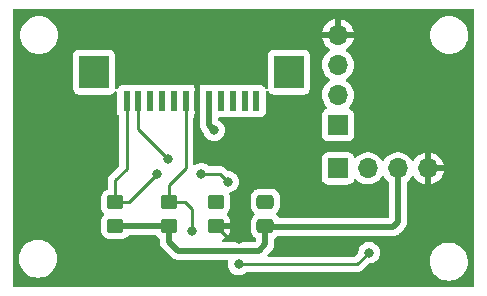
<source format=gbr>
%TF.GenerationSoftware,KiCad,Pcbnew,(5.99.0-11414-g76a6177eb7)*%
%TF.CreationDate,2021-11-21T23:19:33+08:00*%
%TF.ProjectId,trackpoint,74726163-6b70-46f6-996e-742e6b696361,rev?*%
%TF.SameCoordinates,Original*%
%TF.FileFunction,Copper,L1,Top*%
%TF.FilePolarity,Positive*%
%FSLAX46Y46*%
G04 Gerber Fmt 4.6, Leading zero omitted, Abs format (unit mm)*
G04 Created by KiCad (PCBNEW (5.99.0-11414-g76a6177eb7)) date 2021-11-21 23:19:33*
%MOMM*%
%LPD*%
G01*
G04 APERTURE LIST*
G04 Aperture macros list*
%AMRoundRect*
0 Rectangle with rounded corners*
0 $1 Rounding radius*
0 $2 $3 $4 $5 $6 $7 $8 $9 X,Y pos of 4 corners*
0 Add a 4 corners polygon primitive as box body*
4,1,4,$2,$3,$4,$5,$6,$7,$8,$9,$2,$3,0*
0 Add four circle primitives for the rounded corners*
1,1,$1+$1,$2,$3*
1,1,$1+$1,$4,$5*
1,1,$1+$1,$6,$7*
1,1,$1+$1,$8,$9*
0 Add four rect primitives between the rounded corners*
20,1,$1+$1,$2,$3,$4,$5,0*
20,1,$1+$1,$4,$5,$6,$7,0*
20,1,$1+$1,$6,$7,$8,$9,0*
20,1,$1+$1,$8,$9,$2,$3,0*%
G04 Aperture macros list end*
%TA.AperFunction,SMDPad,CuDef*%
%ADD10RoundRect,0.250000X-0.450000X0.350000X-0.450000X-0.350000X0.450000X-0.350000X0.450000X0.350000X0*%
%TD*%
%TA.AperFunction,SMDPad,CuDef*%
%ADD11RoundRect,0.250000X0.450000X-0.350000X0.450000X0.350000X-0.450000X0.350000X-0.450000X-0.350000X0*%
%TD*%
%TA.AperFunction,SMDPad,CuDef*%
%ADD12RoundRect,0.250000X0.475000X-0.337500X0.475000X0.337500X-0.475000X0.337500X-0.475000X-0.337500X0*%
%TD*%
%TA.AperFunction,ComponentPad*%
%ADD13R,1.700000X1.700000*%
%TD*%
%TA.AperFunction,ComponentPad*%
%ADD14O,1.700000X1.700000*%
%TD*%
%TA.AperFunction,SMDPad,CuDef*%
%ADD15R,2.500000X2.800000*%
%TD*%
%TA.AperFunction,SMDPad,CuDef*%
%ADD16R,0.600000X1.700000*%
%TD*%
%TA.AperFunction,ViaPad*%
%ADD17C,0.800000*%
%TD*%
%TA.AperFunction,Conductor*%
%ADD18C,0.250000*%
%TD*%
%TA.AperFunction,Conductor*%
%ADD19C,0.500000*%
%TD*%
G04 APERTURE END LIST*
D10*
%TO.P,R3,1*%
%TO.N,RST*%
X114920000Y-84650000D03*
%TO.P,R3,2*%
%TO.N,GND*%
X114920000Y-86650000D03*
%TD*%
%TO.P,R2,1*%
%TO.N,D2*%
X106430000Y-84650000D03*
%TO.P,R2,2*%
%TO.N,PWR*%
X106430000Y-86650000D03*
%TD*%
D11*
%TO.P,R1,1*%
%TO.N,PWR*%
X110930000Y-86650000D03*
%TO.P,R1,2*%
%TO.N,D5*%
X110930000Y-84650000D03*
%TD*%
D12*
%TO.P,C1,1*%
%TO.N,PWR*%
X119130000Y-86657500D03*
%TO.P,C1,2*%
%TO.N,RST*%
X119130000Y-84582500D03*
%TD*%
D13*
%TO.P,J3,1,Pin_1*%
%TO.N,D2*%
X125270000Y-78100000D03*
D14*
%TO.P,J3,2,Pin_2*%
%TO.N,D5*%
X125270000Y-75560000D03*
%TO.P,J3,3,Pin_3*%
%TO.N,PWR*%
X125270000Y-73020000D03*
%TO.P,J3,4,Pin_4*%
%TO.N,GND*%
X125270000Y-70480000D03*
%TD*%
D15*
%TO.P,J1,S2,SHIELD*%
%TO.N,Net-(J1-PadS1)*%
X121120000Y-73620000D03*
%TO.P,J1,S1,SHIELD*%
X104620000Y-73620000D03*
D16*
%TO.P,J1,12,12*%
%TO.N,unconnected-(J1-Pad12)*%
X118370000Y-76070000D03*
%TO.P,J1,11,11*%
%TO.N,unconnected-(J1-Pad11)*%
X117370000Y-76070000D03*
%TO.P,J1,10,10*%
%TO.N,unconnected-(J1-Pad10)*%
X116370000Y-76070000D03*
%TO.P,J1,9,9*%
%TO.N,unconnected-(J1-Pad9)*%
X115370000Y-76070000D03*
%TO.P,J1,8,8*%
%TO.N,PWR*%
X114370000Y-76070000D03*
%TO.P,J1,7,7*%
%TO.N,GND*%
X113370000Y-76070000D03*
%TO.P,J1,6,6*%
%TO.N,D5*%
X112370000Y-76070000D03*
%TO.P,J1,5,5*%
%TO.N,unconnected-(J1-Pad5)*%
X111370000Y-76070000D03*
%TO.P,J1,4,4*%
%TO.N,unconnected-(J1-Pad4)*%
X110370000Y-76070000D03*
%TO.P,J1,3,3*%
%TO.N,unconnected-(J1-Pad3)*%
X109370000Y-76070000D03*
%TO.P,J1,2,2*%
%TO.N,RST*%
X108370000Y-76070000D03*
%TO.P,J1,1,1*%
%TO.N,D2*%
X107370000Y-76070000D03*
%TD*%
D13*
%TO.P,J2,1,Pin_1*%
%TO.N,D2*%
X125270000Y-81770000D03*
D14*
%TO.P,J2,2,Pin_2*%
%TO.N,D5*%
X127810000Y-81770000D03*
%TO.P,J2,3,Pin_3*%
%TO.N,PWR*%
X130350000Y-81770000D03*
%TO.P,J2,4,Pin_4*%
%TO.N,GND*%
X132890000Y-81770000D03*
%TD*%
D17*
%TO.N,D5*%
X116870000Y-89890000D03*
X112880000Y-87080000D03*
X127910000Y-88900000D03*
%TO.N,D2*%
X115970000Y-82900000D03*
X109990000Y-82210000D03*
X113710000Y-82230000D03*
%TO.N,PWR*%
X106430000Y-86650000D03*
X114800000Y-78540000D03*
%TO.N,GND*%
X116890000Y-87770000D03*
%TO.N,RST*%
X119130000Y-84582500D03*
X114920000Y-84650000D03*
X110910000Y-80980000D03*
%TD*%
D18*
%TO.N,D5*%
X126920000Y-89890000D02*
X127910000Y-88900000D01*
X112880000Y-85240000D02*
X112880000Y-87080000D01*
X116870000Y-89890000D02*
X126920000Y-89890000D01*
X112290000Y-84650000D02*
X112880000Y-85240000D01*
X111480000Y-84650000D02*
X112290000Y-84650000D01*
X110930000Y-84650000D02*
X111480000Y-84650000D01*
%TO.N,D2*%
X115300000Y-82230000D02*
X115970000Y-82900000D01*
X113710000Y-82230000D02*
X115300000Y-82230000D01*
X107550000Y-84650000D02*
X109990000Y-82210000D01*
X107420000Y-84650000D02*
X107550000Y-84650000D01*
X107240000Y-84650000D02*
X107420000Y-84650000D01*
X106430000Y-84650000D02*
X107240000Y-84650000D01*
D19*
%TO.N,PWR*%
X114370000Y-78110000D02*
X114800000Y-78540000D01*
X114370000Y-76070000D02*
X114370000Y-78110000D01*
D18*
%TO.N,GND*%
X116040000Y-87770000D02*
X116890000Y-87770000D01*
X114920000Y-86650000D02*
X116040000Y-87770000D01*
D19*
%TO.N,PWR*%
X130350000Y-86320000D02*
X130350000Y-81770000D01*
X129940000Y-86730000D02*
X130350000Y-86320000D01*
X119202500Y-86730000D02*
X129940000Y-86730000D01*
X119130000Y-86657500D02*
X119202500Y-86730000D01*
X106430000Y-86650000D02*
X110930000Y-86650000D01*
X119130000Y-88180000D02*
X119130000Y-86657500D01*
X110930000Y-87960000D02*
X111710000Y-88740000D01*
X111710000Y-88740000D02*
X118570000Y-88740000D01*
X110930000Y-86650000D02*
X110930000Y-87960000D01*
X118570000Y-88740000D02*
X119130000Y-88180000D01*
D18*
%TO.N,GND*%
X116950000Y-82250000D02*
X116950000Y-85820000D01*
X113370000Y-78670000D02*
X116950000Y-82250000D01*
X116950000Y-85820000D02*
X116120000Y-86650000D01*
X113370000Y-76070000D02*
X113370000Y-78670000D01*
X116120000Y-86650000D02*
X114920000Y-86650000D01*
%TO.N,RST*%
X108370000Y-78440000D02*
X110910000Y-80980000D01*
X108370000Y-76070000D02*
X108370000Y-78440000D01*
%TO.N,D5*%
X110930000Y-83170000D02*
X110930000Y-84650000D01*
X112370000Y-76070000D02*
X112370000Y-81730000D01*
X112370000Y-81730000D02*
X110930000Y-83170000D01*
%TO.N,D2*%
X106430000Y-82770000D02*
X106430000Y-84650000D01*
X107370000Y-81830000D02*
X106430000Y-82770000D01*
X107370000Y-76070000D02*
X107370000Y-81830000D01*
%TD*%
%TA.AperFunction,Conductor*%
%TO.N,GND*%
G36*
X136774121Y-68278002D02*
G01*
X136820614Y-68331658D01*
X136832000Y-68384000D01*
X136832000Y-91726000D01*
X136811998Y-91794121D01*
X136758342Y-91840614D01*
X136706000Y-91852000D01*
X97894000Y-91852000D01*
X97825879Y-91831998D01*
X97779386Y-91778342D01*
X97768000Y-91726000D01*
X97768000Y-89410000D01*
X98256526Y-89410000D01*
X98276391Y-89662403D01*
X98277545Y-89667210D01*
X98277546Y-89667216D01*
X98283928Y-89693798D01*
X98335495Y-89908591D01*
X98337388Y-89913162D01*
X98337389Y-89913164D01*
X98403747Y-90073365D01*
X98432384Y-90142502D01*
X98564672Y-90358376D01*
X98729102Y-90550898D01*
X98921624Y-90715328D01*
X99137498Y-90847616D01*
X99142068Y-90849509D01*
X99142072Y-90849511D01*
X99366836Y-90942611D01*
X99371409Y-90944505D01*
X99444769Y-90962117D01*
X99612784Y-91002454D01*
X99612790Y-91002455D01*
X99617597Y-91003609D01*
X99870000Y-91023474D01*
X100122403Y-91003609D01*
X100127210Y-91002455D01*
X100127216Y-91002454D01*
X100295231Y-90962117D01*
X100368591Y-90944505D01*
X100373164Y-90942611D01*
X100597928Y-90849511D01*
X100597932Y-90849509D01*
X100602502Y-90847616D01*
X100818376Y-90715328D01*
X101010898Y-90550898D01*
X101175328Y-90358376D01*
X101307616Y-90142502D01*
X101336254Y-90073365D01*
X101402611Y-89913164D01*
X101402612Y-89913162D01*
X101404505Y-89908591D01*
X101456072Y-89693798D01*
X101462454Y-89667216D01*
X101462455Y-89667210D01*
X101463609Y-89662403D01*
X101483474Y-89410000D01*
X101463609Y-89157597D01*
X101448871Y-89096206D01*
X101409466Y-88932072D01*
X101404505Y-88911409D01*
X101332887Y-88738508D01*
X101309511Y-88682072D01*
X101309509Y-88682068D01*
X101307616Y-88677498D01*
X101175328Y-88461624D01*
X101010898Y-88269102D01*
X100818376Y-88104672D01*
X100602502Y-87972384D01*
X100597932Y-87970491D01*
X100597928Y-87970489D01*
X100373164Y-87877389D01*
X100373162Y-87877388D01*
X100368591Y-87875495D01*
X100215028Y-87838628D01*
X100127216Y-87817546D01*
X100127210Y-87817545D01*
X100122403Y-87816391D01*
X99870000Y-87796526D01*
X99617597Y-87816391D01*
X99612790Y-87817545D01*
X99612784Y-87817546D01*
X99524972Y-87838628D01*
X99371409Y-87875495D01*
X99366838Y-87877388D01*
X99366836Y-87877389D01*
X99142072Y-87970489D01*
X99142068Y-87970491D01*
X99137498Y-87972384D01*
X98921624Y-88104672D01*
X98729102Y-88269102D01*
X98564672Y-88461624D01*
X98432384Y-88677498D01*
X98430491Y-88682068D01*
X98430489Y-88682072D01*
X98407113Y-88738508D01*
X98335495Y-88911409D01*
X98330534Y-88932072D01*
X98291130Y-89096206D01*
X98276391Y-89157597D01*
X98256526Y-89410000D01*
X97768000Y-89410000D01*
X97768000Y-72220000D01*
X102856271Y-72220000D01*
X102856271Y-75020000D01*
X102861500Y-75093111D01*
X102882531Y-75164734D01*
X102897448Y-75215537D01*
X102902696Y-75233411D01*
X102907567Y-75240990D01*
X102976878Y-75348841D01*
X102976880Y-75348844D01*
X102981750Y-75356421D01*
X102988560Y-75362322D01*
X103085445Y-75446274D01*
X103085448Y-75446276D01*
X103092257Y-75452176D01*
X103225266Y-75512919D01*
X103370000Y-75533729D01*
X105870000Y-75533729D01*
X105901986Y-75531441D01*
X105936373Y-75528982D01*
X105936374Y-75528982D01*
X105943111Y-75528500D01*
X106022618Y-75505155D01*
X106074765Y-75489843D01*
X106074767Y-75489842D01*
X106083411Y-75487304D01*
X106147255Y-75446274D01*
X106198841Y-75413122D01*
X106198844Y-75413120D01*
X106206421Y-75408250D01*
X106251331Y-75356421D01*
X106296274Y-75304555D01*
X106296276Y-75304552D01*
X106302176Y-75297743D01*
X106305920Y-75289545D01*
X106305922Y-75289542D01*
X106315658Y-75268223D01*
X106362151Y-75214568D01*
X106430271Y-75194566D01*
X106498392Y-75214568D01*
X106544885Y-75268224D01*
X106556271Y-75320566D01*
X106556271Y-76920000D01*
X106561500Y-76993111D01*
X106602696Y-77133411D01*
X106607567Y-77140990D01*
X106676878Y-77248841D01*
X106676880Y-77248844D01*
X106681750Y-77256421D01*
X106688561Y-77262322D01*
X106688562Y-77262324D01*
X106693014Y-77266182D01*
X106731397Y-77325909D01*
X106736500Y-77361405D01*
X106736500Y-81515405D01*
X106716498Y-81583526D01*
X106699595Y-81604501D01*
X106037742Y-82266353D01*
X106029463Y-82273887D01*
X106022982Y-82278000D01*
X105987092Y-82316219D01*
X105976357Y-82327651D01*
X105973602Y-82330493D01*
X105953865Y-82350230D01*
X105951385Y-82353427D01*
X105943682Y-82362447D01*
X105913414Y-82394679D01*
X105909595Y-82401625D01*
X105909593Y-82401628D01*
X105903652Y-82412434D01*
X105892801Y-82428953D01*
X105880386Y-82444959D01*
X105877241Y-82452228D01*
X105877238Y-82452232D01*
X105862826Y-82485537D01*
X105857609Y-82496187D01*
X105836305Y-82534940D01*
X105834334Y-82542615D01*
X105834334Y-82542616D01*
X105831267Y-82554562D01*
X105824863Y-82573266D01*
X105816819Y-82591855D01*
X105815580Y-82599678D01*
X105815577Y-82599688D01*
X105809901Y-82635524D01*
X105807495Y-82647144D01*
X105801503Y-82670483D01*
X105796500Y-82689970D01*
X105796500Y-82710224D01*
X105794949Y-82729934D01*
X105791780Y-82749943D01*
X105792526Y-82757835D01*
X105795941Y-82793961D01*
X105796500Y-82805819D01*
X105796500Y-83471348D01*
X105776498Y-83539469D01*
X105722842Y-83585962D01*
X105713491Y-83589787D01*
X105638063Y-83617167D01*
X105631946Y-83621178D01*
X105631943Y-83621179D01*
X105521568Y-83693544D01*
X105490148Y-83714144D01*
X105368510Y-83842547D01*
X105279674Y-83995490D01*
X105277553Y-84002494D01*
X105277551Y-84002498D01*
X105237901Y-84133414D01*
X105228405Y-84164767D01*
X105227830Y-84171206D01*
X105227830Y-84171208D01*
X105224871Y-84204370D01*
X105221500Y-84242137D01*
X105221500Y-85044293D01*
X105236818Y-85175681D01*
X105239313Y-85182556D01*
X105239314Y-85182558D01*
X105290865Y-85324575D01*
X105297167Y-85341937D01*
X105301178Y-85348054D01*
X105301179Y-85348057D01*
X105378179Y-85465502D01*
X105394144Y-85489852D01*
X105399456Y-85494884D01*
X105399460Y-85494889D01*
X105465250Y-85557213D01*
X105500948Y-85618582D01*
X105497800Y-85689509D01*
X105470070Y-85735338D01*
X105393098Y-85816591D01*
X105368510Y-85842547D01*
X105279674Y-85995490D01*
X105277553Y-86002494D01*
X105277551Y-86002498D01*
X105238418Y-86131707D01*
X105228405Y-86164767D01*
X105227830Y-86171206D01*
X105227830Y-86171208D01*
X105227173Y-86178576D01*
X105221500Y-86242137D01*
X105221500Y-87044293D01*
X105223403Y-87060612D01*
X105232814Y-87141333D01*
X105236818Y-87175681D01*
X105239313Y-87182556D01*
X105239314Y-87182558D01*
X105291100Y-87325224D01*
X105297167Y-87341937D01*
X105301178Y-87348054D01*
X105301179Y-87348057D01*
X105384677Y-87475413D01*
X105394144Y-87489852D01*
X105522547Y-87611490D01*
X105675490Y-87700326D01*
X105682494Y-87702447D01*
X105682498Y-87702449D01*
X105789677Y-87734910D01*
X105844767Y-87751595D01*
X105851206Y-87752170D01*
X105851208Y-87752170D01*
X105919344Y-87758251D01*
X105919350Y-87758251D01*
X105922137Y-87758500D01*
X106924293Y-87758500D01*
X106994036Y-87750369D01*
X107048411Y-87744030D01*
X107048415Y-87744029D01*
X107055681Y-87743182D01*
X107062556Y-87740687D01*
X107062558Y-87740686D01*
X107215061Y-87685329D01*
X107215062Y-87685329D01*
X107221937Y-87682833D01*
X107228054Y-87678822D01*
X107228057Y-87678821D01*
X107363733Y-87589868D01*
X107363734Y-87589867D01*
X107369852Y-87585856D01*
X107491490Y-87457453D01*
X107491595Y-87457272D01*
X107546077Y-87416459D01*
X107590149Y-87408500D01*
X109772750Y-87408500D01*
X109840871Y-87428502D01*
X109878121Y-87465414D01*
X109890130Y-87483730D01*
X109894144Y-87489852D01*
X110022547Y-87611490D01*
X110028874Y-87615165D01*
X110028878Y-87615168D01*
X110108785Y-87661581D01*
X110157644Y-87713092D01*
X110171500Y-87770535D01*
X110171500Y-87892930D01*
X110170067Y-87911880D01*
X110166801Y-87933349D01*
X110167394Y-87940641D01*
X110167394Y-87940644D01*
X110171085Y-87986018D01*
X110171500Y-87996233D01*
X110171500Y-88004293D01*
X110171925Y-88007937D01*
X110174789Y-88032507D01*
X110175222Y-88036882D01*
X110176007Y-88046526D01*
X110181140Y-88109637D01*
X110183396Y-88116601D01*
X110184587Y-88122560D01*
X110185971Y-88128415D01*
X110186818Y-88135681D01*
X110211735Y-88204327D01*
X110213152Y-88208455D01*
X110229613Y-88259266D01*
X110235649Y-88277899D01*
X110239445Y-88284154D01*
X110241951Y-88289628D01*
X110244670Y-88295058D01*
X110247167Y-88301937D01*
X110251180Y-88308057D01*
X110251180Y-88308058D01*
X110287186Y-88362976D01*
X110289523Y-88366680D01*
X110327405Y-88429107D01*
X110331121Y-88433315D01*
X110331122Y-88433316D01*
X110334803Y-88437484D01*
X110334776Y-88437508D01*
X110337429Y-88440500D01*
X110340132Y-88443733D01*
X110344144Y-88449852D01*
X110349456Y-88454884D01*
X110400383Y-88503128D01*
X110402825Y-88505506D01*
X111126230Y-89228911D01*
X111138616Y-89243323D01*
X111147149Y-89254918D01*
X111147154Y-89254923D01*
X111151492Y-89260818D01*
X111157070Y-89265557D01*
X111157073Y-89265560D01*
X111191768Y-89295035D01*
X111199284Y-89301965D01*
X111204980Y-89307661D01*
X111207841Y-89309924D01*
X111207846Y-89309929D01*
X111227256Y-89325285D01*
X111230658Y-89328074D01*
X111286285Y-89375333D01*
X111292802Y-89378661D01*
X111297850Y-89382027D01*
X111302972Y-89385190D01*
X111308716Y-89389735D01*
X111374895Y-89420664D01*
X111378779Y-89422563D01*
X111443808Y-89455769D01*
X111450923Y-89457510D01*
X111456578Y-89459613D01*
X111462317Y-89461522D01*
X111468950Y-89464622D01*
X111540435Y-89479491D01*
X111544701Y-89480457D01*
X111615610Y-89497808D01*
X111621212Y-89498156D01*
X111621215Y-89498156D01*
X111626764Y-89498500D01*
X111626762Y-89498535D01*
X111630734Y-89498775D01*
X111634955Y-89499152D01*
X111642115Y-89500641D01*
X111719542Y-89498546D01*
X111722950Y-89498500D01*
X115868529Y-89498500D01*
X115936650Y-89518502D01*
X115983143Y-89572158D01*
X115993247Y-89642432D01*
X115988363Y-89663432D01*
X115976458Y-89700072D01*
X115956496Y-89890000D01*
X115976458Y-90079928D01*
X116035473Y-90261556D01*
X116130960Y-90426944D01*
X116135378Y-90431851D01*
X116135379Y-90431852D01*
X116245457Y-90554106D01*
X116258747Y-90568866D01*
X116413248Y-90681118D01*
X116419276Y-90683802D01*
X116419278Y-90683803D01*
X116581681Y-90756109D01*
X116587712Y-90758794D01*
X116681113Y-90778647D01*
X116768056Y-90797128D01*
X116768061Y-90797128D01*
X116774513Y-90798500D01*
X116965487Y-90798500D01*
X116971939Y-90797128D01*
X116971944Y-90797128D01*
X117058887Y-90778647D01*
X117152288Y-90758794D01*
X117158319Y-90756109D01*
X117320722Y-90683803D01*
X117320724Y-90683802D01*
X117326752Y-90681118D01*
X117481253Y-90568866D01*
X117485668Y-90563963D01*
X117490580Y-90559540D01*
X117491705Y-90560789D01*
X117545014Y-90527949D01*
X117578200Y-90523500D01*
X126841233Y-90523500D01*
X126852416Y-90524027D01*
X126859909Y-90525702D01*
X126867835Y-90525453D01*
X126867836Y-90525453D01*
X126927986Y-90523562D01*
X126931945Y-90523500D01*
X126959856Y-90523500D01*
X126963791Y-90523003D01*
X126963856Y-90522995D01*
X126975693Y-90522062D01*
X127007951Y-90521048D01*
X127011970Y-90520922D01*
X127019889Y-90520673D01*
X127039343Y-90515021D01*
X127058700Y-90511013D01*
X127070930Y-90509468D01*
X127070931Y-90509468D01*
X127078797Y-90508474D01*
X127086168Y-90505555D01*
X127086170Y-90505555D01*
X127119912Y-90492196D01*
X127131142Y-90488351D01*
X127165983Y-90478229D01*
X127165984Y-90478229D01*
X127173593Y-90476018D01*
X127180412Y-90471985D01*
X127180417Y-90471983D01*
X127191028Y-90465707D01*
X127208776Y-90457012D01*
X127227617Y-90449552D01*
X127263387Y-90423564D01*
X127273307Y-90417048D01*
X127304535Y-90398580D01*
X127304538Y-90398578D01*
X127311362Y-90394542D01*
X127325683Y-90380221D01*
X127340717Y-90367380D01*
X127350694Y-90360131D01*
X127357107Y-90355472D01*
X127385298Y-90321395D01*
X127393288Y-90312616D01*
X127860499Y-89845405D01*
X127922811Y-89811379D01*
X127949594Y-89808500D01*
X128005487Y-89808500D01*
X128011939Y-89807128D01*
X128011944Y-89807128D01*
X128098887Y-89788647D01*
X128192288Y-89768794D01*
X128198319Y-89766109D01*
X128360722Y-89693803D01*
X128360724Y-89693802D01*
X128366752Y-89691118D01*
X128404852Y-89663437D01*
X128409582Y-89660000D01*
X133036526Y-89660000D01*
X133056391Y-89912403D01*
X133115495Y-90158591D01*
X133117388Y-90163162D01*
X133117389Y-90163164D01*
X133204392Y-90373207D01*
X133212384Y-90392502D01*
X133344672Y-90608376D01*
X133509102Y-90800898D01*
X133701624Y-90965328D01*
X133917498Y-91097616D01*
X133922068Y-91099509D01*
X133922072Y-91099511D01*
X134146836Y-91192611D01*
X134151409Y-91194505D01*
X134236032Y-91214821D01*
X134392784Y-91252454D01*
X134392790Y-91252455D01*
X134397597Y-91253609D01*
X134650000Y-91273474D01*
X134902403Y-91253609D01*
X134907210Y-91252455D01*
X134907216Y-91252454D01*
X135063968Y-91214821D01*
X135148591Y-91194505D01*
X135153164Y-91192611D01*
X135377928Y-91099511D01*
X135377932Y-91099509D01*
X135382502Y-91097616D01*
X135598376Y-90965328D01*
X135790898Y-90800898D01*
X135955328Y-90608376D01*
X136087616Y-90392502D01*
X136095609Y-90373207D01*
X136182611Y-90163164D01*
X136182612Y-90163162D01*
X136184505Y-90158591D01*
X136243609Y-89912403D01*
X136263474Y-89660000D01*
X136243609Y-89407597D01*
X136240066Y-89392836D01*
X136198474Y-89219595D01*
X136184505Y-89161409D01*
X136182611Y-89156836D01*
X136089511Y-88932072D01*
X136089509Y-88932068D01*
X136087616Y-88927498D01*
X135955328Y-88711624D01*
X135790898Y-88519102D01*
X135783932Y-88513152D01*
X135709817Y-88449852D01*
X135598376Y-88354672D01*
X135382502Y-88222384D01*
X135377932Y-88220491D01*
X135377928Y-88220489D01*
X135153164Y-88127389D01*
X135153162Y-88127388D01*
X135148591Y-88125495D01*
X135061856Y-88104672D01*
X134907216Y-88067546D01*
X134907210Y-88067545D01*
X134902403Y-88066391D01*
X134650000Y-88046526D01*
X134397597Y-88066391D01*
X134392790Y-88067545D01*
X134392784Y-88067546D01*
X134238144Y-88104672D01*
X134151409Y-88125495D01*
X134146838Y-88127388D01*
X134146836Y-88127389D01*
X133922072Y-88220489D01*
X133922068Y-88220491D01*
X133917498Y-88222384D01*
X133701624Y-88354672D01*
X133590183Y-88449852D01*
X133516069Y-88513152D01*
X133509102Y-88519102D01*
X133344672Y-88711624D01*
X133212384Y-88927498D01*
X133210491Y-88932068D01*
X133210489Y-88932072D01*
X133117389Y-89156836D01*
X133115495Y-89161409D01*
X133101526Y-89219595D01*
X133059935Y-89392836D01*
X133056391Y-89407597D01*
X133036526Y-89660000D01*
X128409582Y-89660000D01*
X128433762Y-89642432D01*
X128521253Y-89578866D01*
X128593367Y-89498775D01*
X128644621Y-89441852D01*
X128644622Y-89441851D01*
X128649040Y-89436944D01*
X128712715Y-89326656D01*
X128741223Y-89277279D01*
X128741224Y-89277278D01*
X128744527Y-89271556D01*
X128803542Y-89089928D01*
X128823504Y-88900000D01*
X128803542Y-88710072D01*
X128744527Y-88528444D01*
X128739134Y-88519102D01*
X128652341Y-88368774D01*
X128649040Y-88363056D01*
X128572365Y-88277899D01*
X128525675Y-88226045D01*
X128525674Y-88226044D01*
X128521253Y-88221134D01*
X128366752Y-88108882D01*
X128360724Y-88106198D01*
X128360722Y-88106197D01*
X128198319Y-88033891D01*
X128198318Y-88033891D01*
X128192288Y-88031206D01*
X128082817Y-88007937D01*
X128011944Y-87992872D01*
X128011939Y-87992872D01*
X128005487Y-87991500D01*
X127814513Y-87991500D01*
X127808061Y-87992872D01*
X127808056Y-87992872D01*
X127737183Y-88007937D01*
X127627712Y-88031206D01*
X127621682Y-88033891D01*
X127621681Y-88033891D01*
X127459278Y-88106197D01*
X127459276Y-88106198D01*
X127453248Y-88108882D01*
X127298747Y-88221134D01*
X127294326Y-88226044D01*
X127294325Y-88226045D01*
X127247636Y-88277899D01*
X127170960Y-88363056D01*
X127167659Y-88368774D01*
X127080867Y-88519102D01*
X127075473Y-88528444D01*
X127016458Y-88710072D01*
X127015768Y-88716633D01*
X127015768Y-88716635D01*
X126999093Y-88875292D01*
X126972080Y-88940949D01*
X126962878Y-88951217D01*
X126694500Y-89219595D01*
X126632188Y-89253621D01*
X126605405Y-89256500D01*
X119430371Y-89256500D01*
X119362250Y-89236498D01*
X119315757Y-89182842D01*
X119305653Y-89112568D01*
X119335147Y-89047988D01*
X119341276Y-89041405D01*
X119618911Y-88763770D01*
X119633323Y-88751384D01*
X119644918Y-88742851D01*
X119644923Y-88742846D01*
X119650818Y-88738508D01*
X119655557Y-88732930D01*
X119655560Y-88732927D01*
X119685035Y-88698232D01*
X119691965Y-88690716D01*
X119697661Y-88685020D01*
X119699924Y-88682159D01*
X119699929Y-88682154D01*
X119715285Y-88662744D01*
X119718074Y-88659342D01*
X119760596Y-88609291D01*
X119760597Y-88609290D01*
X119765333Y-88603715D01*
X119768661Y-88597198D01*
X119772027Y-88592150D01*
X119775190Y-88587028D01*
X119779735Y-88581284D01*
X119810664Y-88515105D01*
X119812563Y-88511221D01*
X119845769Y-88446192D01*
X119847510Y-88439077D01*
X119849613Y-88433422D01*
X119851522Y-88427683D01*
X119854622Y-88421050D01*
X119869491Y-88349565D01*
X119870461Y-88345282D01*
X119887808Y-88274390D01*
X119888500Y-88263236D01*
X119888535Y-88263238D01*
X119888775Y-88259266D01*
X119889152Y-88255045D01*
X119890641Y-88247885D01*
X119888546Y-88170458D01*
X119888500Y-88167050D01*
X119888500Y-87783967D01*
X119908502Y-87715846D01*
X119948376Y-87680027D01*
X119946937Y-87677833D01*
X120088733Y-87584868D01*
X120088734Y-87584867D01*
X120094852Y-87580856D01*
X120145068Y-87527847D01*
X120206437Y-87492149D01*
X120236541Y-87488500D01*
X129872930Y-87488500D01*
X129891880Y-87489933D01*
X129906115Y-87492099D01*
X129906119Y-87492099D01*
X129913349Y-87493199D01*
X129920641Y-87492606D01*
X129920644Y-87492606D01*
X129966018Y-87488915D01*
X129976233Y-87488500D01*
X129984293Y-87488500D01*
X129997583Y-87486951D01*
X130012507Y-87485211D01*
X130016882Y-87484778D01*
X130082339Y-87479454D01*
X130082342Y-87479453D01*
X130089637Y-87478860D01*
X130096601Y-87476604D01*
X130102560Y-87475413D01*
X130108415Y-87474029D01*
X130115681Y-87473182D01*
X130184327Y-87448265D01*
X130188455Y-87446848D01*
X130250936Y-87426607D01*
X130250938Y-87426606D01*
X130257899Y-87424351D01*
X130264154Y-87420555D01*
X130269628Y-87418049D01*
X130275058Y-87415330D01*
X130281937Y-87412833D01*
X130342976Y-87372814D01*
X130346680Y-87370477D01*
X130409107Y-87332595D01*
X130417484Y-87325197D01*
X130417508Y-87325224D01*
X130420500Y-87322571D01*
X130423733Y-87319868D01*
X130429852Y-87315856D01*
X130483128Y-87259617D01*
X130485506Y-87257175D01*
X130838911Y-86903770D01*
X130853323Y-86891384D01*
X130864918Y-86882851D01*
X130864923Y-86882846D01*
X130870818Y-86878508D01*
X130875557Y-86872930D01*
X130875560Y-86872927D01*
X130905035Y-86838232D01*
X130911965Y-86830716D01*
X130917661Y-86825020D01*
X130919924Y-86822159D01*
X130919929Y-86822154D01*
X130935293Y-86802734D01*
X130938082Y-86799333D01*
X130980592Y-86749296D01*
X130980594Y-86749294D01*
X130985333Y-86743715D01*
X130988662Y-86737195D01*
X130992028Y-86732148D01*
X130995193Y-86727024D01*
X130999735Y-86721283D01*
X131030637Y-86655164D01*
X131032565Y-86651218D01*
X131062442Y-86592708D01*
X131062443Y-86592706D01*
X131065769Y-86586192D01*
X131067508Y-86579086D01*
X131069609Y-86573436D01*
X131071524Y-86567679D01*
X131074622Y-86561050D01*
X131089491Y-86489565D01*
X131090461Y-86485282D01*
X131098145Y-86453879D01*
X131107808Y-86414390D01*
X131108500Y-86403236D01*
X131108535Y-86403238D01*
X131108775Y-86399266D01*
X131109152Y-86395045D01*
X131110641Y-86387885D01*
X131108546Y-86310458D01*
X131108500Y-86307050D01*
X131108500Y-82962632D01*
X131128502Y-82894511D01*
X131161331Y-82860054D01*
X131229860Y-82811173D01*
X131388096Y-82653489D01*
X131410544Y-82622250D01*
X131518453Y-82472077D01*
X131519640Y-82472930D01*
X131566960Y-82429362D01*
X131636897Y-82417145D01*
X131702338Y-82444678D01*
X131730166Y-82476511D01*
X131787694Y-82570388D01*
X131793777Y-82578699D01*
X131933213Y-82739667D01*
X131940580Y-82746883D01*
X132104434Y-82882916D01*
X132112881Y-82888831D01*
X132296756Y-82996279D01*
X132306042Y-83000729D01*
X132505001Y-83076703D01*
X132514899Y-83079579D01*
X132618250Y-83100606D01*
X132632299Y-83099410D01*
X132636000Y-83089065D01*
X132636000Y-82037548D01*
X133144000Y-82037548D01*
X133144000Y-83088517D01*
X133148064Y-83102359D01*
X133161478Y-83104393D01*
X133168184Y-83103534D01*
X133178262Y-83101392D01*
X133382255Y-83040191D01*
X133391842Y-83036433D01*
X133583095Y-82942739D01*
X133591945Y-82937464D01*
X133765328Y-82813792D01*
X133773200Y-82807139D01*
X133924052Y-82656812D01*
X133930730Y-82648965D01*
X134055003Y-82476020D01*
X134060313Y-82467183D01*
X134154670Y-82276267D01*
X134158469Y-82266672D01*
X134220377Y-82062910D01*
X134222555Y-82052837D01*
X134223986Y-82041962D01*
X134221775Y-82027778D01*
X134208617Y-82024000D01*
X133162115Y-82024000D01*
X133146876Y-82028475D01*
X133145671Y-82029865D01*
X133144000Y-82037548D01*
X132636000Y-82037548D01*
X132636000Y-80454989D01*
X133144000Y-80454989D01*
X133144000Y-81497885D01*
X133148475Y-81513124D01*
X133149865Y-81514329D01*
X133157548Y-81516000D01*
X134208344Y-81516000D01*
X134221875Y-81512027D01*
X134223180Y-81502947D01*
X134181214Y-81335875D01*
X134177894Y-81326124D01*
X134092972Y-81130814D01*
X134088105Y-81121739D01*
X133972426Y-80942926D01*
X133966136Y-80934757D01*
X133822806Y-80777240D01*
X133815273Y-80770215D01*
X133648139Y-80638222D01*
X133639552Y-80632517D01*
X133453117Y-80529599D01*
X133443705Y-80525369D01*
X133242959Y-80454280D01*
X133232988Y-80451646D01*
X133161837Y-80438972D01*
X133148540Y-80440432D01*
X133144000Y-80454989D01*
X132636000Y-80454989D01*
X132636000Y-80453102D01*
X132632082Y-80439758D01*
X132617806Y-80437771D01*
X132579324Y-80443660D01*
X132569288Y-80446051D01*
X132366868Y-80512212D01*
X132357359Y-80516209D01*
X132168463Y-80614542D01*
X132159738Y-80620036D01*
X131989433Y-80747905D01*
X131981726Y-80754748D01*
X131834590Y-80908717D01*
X131828109Y-80916722D01*
X131723498Y-81070074D01*
X131668587Y-81115076D01*
X131598062Y-81123247D01*
X131534315Y-81091993D01*
X131513618Y-81067509D01*
X131432822Y-80942617D01*
X131432820Y-80942614D01*
X131430014Y-80938277D01*
X131279670Y-80773051D01*
X131275619Y-80769852D01*
X131275615Y-80769848D01*
X131108414Y-80637800D01*
X131108410Y-80637798D01*
X131104359Y-80634598D01*
X131068028Y-80614542D01*
X131052136Y-80605769D01*
X130908789Y-80526638D01*
X130903920Y-80524914D01*
X130903916Y-80524912D01*
X130703087Y-80453795D01*
X130703083Y-80453794D01*
X130698212Y-80452069D01*
X130693119Y-80451162D01*
X130693116Y-80451161D01*
X130483373Y-80413800D01*
X130483367Y-80413799D01*
X130478284Y-80412894D01*
X130404452Y-80411992D01*
X130260081Y-80410228D01*
X130260079Y-80410228D01*
X130254911Y-80410165D01*
X130034091Y-80443955D01*
X129821756Y-80513357D01*
X129623607Y-80616507D01*
X129619474Y-80619610D01*
X129619471Y-80619612D01*
X129492113Y-80715235D01*
X129444965Y-80750635D01*
X129290629Y-80912138D01*
X129183201Y-81069621D01*
X129128293Y-81114621D01*
X129057768Y-81122792D01*
X128994021Y-81091538D01*
X128973324Y-81067054D01*
X128892822Y-80942617D01*
X128892820Y-80942614D01*
X128890014Y-80938277D01*
X128739670Y-80773051D01*
X128735619Y-80769852D01*
X128735615Y-80769848D01*
X128568414Y-80637800D01*
X128568410Y-80637798D01*
X128564359Y-80634598D01*
X128528028Y-80614542D01*
X128512136Y-80605769D01*
X128368789Y-80526638D01*
X128363920Y-80524914D01*
X128363916Y-80524912D01*
X128163087Y-80453795D01*
X128163083Y-80453794D01*
X128158212Y-80452069D01*
X128153119Y-80451162D01*
X128153116Y-80451161D01*
X127943373Y-80413800D01*
X127943367Y-80413799D01*
X127938284Y-80412894D01*
X127864452Y-80411992D01*
X127720081Y-80410228D01*
X127720079Y-80410228D01*
X127714911Y-80410165D01*
X127494091Y-80443955D01*
X127281756Y-80513357D01*
X127083607Y-80616507D01*
X127079474Y-80619610D01*
X127079471Y-80619612D01*
X126952113Y-80715235D01*
X126904965Y-80750635D01*
X126901393Y-80754373D01*
X126822445Y-80836987D01*
X126760920Y-80872417D01*
X126690008Y-80868960D01*
X126632222Y-80827714D01*
X126610455Y-80785434D01*
X126610090Y-80784189D01*
X126599436Y-80747905D01*
X126589843Y-80715235D01*
X126589842Y-80715233D01*
X126587304Y-80706589D01*
X126543096Y-80637800D01*
X126513122Y-80591159D01*
X126513120Y-80591156D01*
X126508250Y-80583579D01*
X126501440Y-80577678D01*
X126404555Y-80493726D01*
X126404552Y-80493724D01*
X126397743Y-80487824D01*
X126264734Y-80427081D01*
X126120000Y-80406271D01*
X124420000Y-80406271D01*
X124411024Y-80406913D01*
X124353627Y-80411018D01*
X124353626Y-80411018D01*
X124346889Y-80411500D01*
X124267382Y-80434845D01*
X124215235Y-80450157D01*
X124215233Y-80450158D01*
X124206589Y-80452696D01*
X124199010Y-80457567D01*
X124091159Y-80526878D01*
X124091156Y-80526880D01*
X124083579Y-80531750D01*
X124077678Y-80538560D01*
X123993726Y-80635445D01*
X123993724Y-80635448D01*
X123987824Y-80642257D01*
X123927081Y-80775266D01*
X123906271Y-80920000D01*
X123906271Y-82620000D01*
X123911500Y-82693111D01*
X123932531Y-82764734D01*
X123947047Y-82814171D01*
X123952696Y-82833411D01*
X123957567Y-82840990D01*
X124026878Y-82948841D01*
X124026880Y-82948844D01*
X124031750Y-82956421D01*
X124038560Y-82962322D01*
X124135445Y-83046274D01*
X124135448Y-83046276D01*
X124142257Y-83052176D01*
X124275266Y-83112919D01*
X124420000Y-83133729D01*
X126120000Y-83133729D01*
X126156800Y-83131097D01*
X126186373Y-83128982D01*
X126186374Y-83128982D01*
X126193111Y-83128500D01*
X126272618Y-83105155D01*
X126324765Y-83089843D01*
X126324767Y-83089842D01*
X126333411Y-83087304D01*
X126406720Y-83040191D01*
X126448841Y-83013122D01*
X126448844Y-83013120D01*
X126456421Y-83008250D01*
X126484080Y-82976330D01*
X126546274Y-82904555D01*
X126546276Y-82904552D01*
X126552176Y-82897743D01*
X126558419Y-82884074D01*
X126596871Y-82799875D01*
X126612919Y-82764734D01*
X126613810Y-82758535D01*
X126651442Y-82699977D01*
X126716022Y-82670483D01*
X126786296Y-82680586D01*
X126829192Y-82712701D01*
X126856250Y-82743938D01*
X127028126Y-82886632D01*
X127221000Y-82999338D01*
X127225825Y-83001180D01*
X127225826Y-83001181D01*
X127267873Y-83017237D01*
X127429692Y-83079030D01*
X127434760Y-83080061D01*
X127434763Y-83080062D01*
X127529862Y-83099410D01*
X127648597Y-83123567D01*
X127653772Y-83123757D01*
X127653774Y-83123757D01*
X127866673Y-83131564D01*
X127866677Y-83131564D01*
X127871837Y-83131753D01*
X127876957Y-83131097D01*
X127876959Y-83131097D01*
X128088288Y-83104025D01*
X128088289Y-83104025D01*
X128093416Y-83103368D01*
X128098366Y-83101883D01*
X128302429Y-83040661D01*
X128302434Y-83040659D01*
X128307384Y-83039174D01*
X128507994Y-82940896D01*
X128689860Y-82811173D01*
X128848096Y-82653489D01*
X128870544Y-82622250D01*
X128978453Y-82472077D01*
X128979776Y-82473028D01*
X129026645Y-82429857D01*
X129096580Y-82417625D01*
X129162026Y-82445144D01*
X129189875Y-82476994D01*
X129249987Y-82575088D01*
X129396250Y-82743938D01*
X129545622Y-82867949D01*
X129545985Y-82868250D01*
X129585620Y-82927152D01*
X129591500Y-82965194D01*
X129591500Y-85845500D01*
X129571498Y-85913621D01*
X129517842Y-85960114D01*
X129465500Y-85971500D01*
X120351587Y-85971500D01*
X120283466Y-85951498D01*
X120246215Y-85914585D01*
X120194868Y-85836267D01*
X120194867Y-85836266D01*
X120190856Y-85830148D01*
X120185544Y-85825116D01*
X120185540Y-85825111D01*
X120064895Y-85710822D01*
X120029197Y-85649453D01*
X120032345Y-85578526D01*
X120073339Y-85520561D01*
X120082467Y-85513976D01*
X120088731Y-85509870D01*
X120088736Y-85509866D01*
X120094852Y-85505856D01*
X120216490Y-85377453D01*
X120305326Y-85224510D01*
X120309857Y-85209552D01*
X120354720Y-85061424D01*
X120354720Y-85061423D01*
X120356595Y-85055233D01*
X120357170Y-85048792D01*
X120363251Y-84980656D01*
X120363251Y-84980650D01*
X120363500Y-84977863D01*
X120363500Y-84200707D01*
X120354594Y-84124319D01*
X120349030Y-84076589D01*
X120349029Y-84076585D01*
X120348182Y-84069319D01*
X120344844Y-84060121D01*
X120290329Y-83909939D01*
X120290329Y-83909938D01*
X120287833Y-83903063D01*
X120243700Y-83835748D01*
X120194868Y-83761267D01*
X120194867Y-83761266D01*
X120190856Y-83755148D01*
X120062453Y-83633510D01*
X119909510Y-83544674D01*
X119902506Y-83542553D01*
X119902502Y-83542551D01*
X119746424Y-83495280D01*
X119746423Y-83495280D01*
X119740233Y-83493405D01*
X119733794Y-83492830D01*
X119733792Y-83492830D01*
X119665656Y-83486749D01*
X119665650Y-83486749D01*
X119662863Y-83486500D01*
X118610707Y-83486500D01*
X118540964Y-83494631D01*
X118486589Y-83500970D01*
X118486585Y-83500971D01*
X118479319Y-83501818D01*
X118472444Y-83504313D01*
X118472442Y-83504314D01*
X118319939Y-83559671D01*
X118313063Y-83562167D01*
X118306946Y-83566178D01*
X118306943Y-83566179D01*
X118204246Y-83633510D01*
X118165148Y-83659144D01*
X118043510Y-83787547D01*
X117954674Y-83940490D01*
X117952553Y-83947494D01*
X117952551Y-83947498D01*
X117913146Y-84077604D01*
X117903405Y-84109767D01*
X117902830Y-84116206D01*
X117902830Y-84116208D01*
X117897922Y-84171208D01*
X117896500Y-84187137D01*
X117896500Y-84964293D01*
X117900406Y-84997794D01*
X117907735Y-85060656D01*
X117911818Y-85095681D01*
X117914313Y-85102556D01*
X117914314Y-85102558D01*
X117958581Y-85224510D01*
X117972167Y-85261937D01*
X117976178Y-85268054D01*
X117976179Y-85268057D01*
X118047902Y-85377453D01*
X118069144Y-85409852D01*
X118074456Y-85414884D01*
X118074460Y-85414889D01*
X118195105Y-85529178D01*
X118230803Y-85590547D01*
X118227655Y-85661474D01*
X118186661Y-85719439D01*
X118177533Y-85726024D01*
X118171269Y-85730130D01*
X118171264Y-85730134D01*
X118165148Y-85734144D01*
X118043510Y-85862547D01*
X117954674Y-86015490D01*
X117903405Y-86184767D01*
X117902830Y-86191206D01*
X117902830Y-86191208D01*
X117897396Y-86252101D01*
X117896500Y-86262137D01*
X117896500Y-87039293D01*
X117911818Y-87170681D01*
X117914313Y-87177556D01*
X117914314Y-87177558D01*
X117967915Y-87325224D01*
X117972167Y-87336937D01*
X117976178Y-87343054D01*
X117976179Y-87343057D01*
X118065132Y-87478733D01*
X118069144Y-87484852D01*
X118197547Y-87606490D01*
X118215545Y-87616944D01*
X118308785Y-87671102D01*
X118357644Y-87722613D01*
X118371500Y-87780056D01*
X118371500Y-87813629D01*
X118351498Y-87881750D01*
X118334595Y-87902724D01*
X118292724Y-87944595D01*
X118230412Y-87978621D01*
X118203629Y-87981500D01*
X115604067Y-87981500D01*
X115535946Y-87961498D01*
X115489453Y-87907842D01*
X115479349Y-87837568D01*
X115508843Y-87772988D01*
X115561076Y-87737061D01*
X115704833Y-87684880D01*
X115717832Y-87678370D01*
X115853409Y-87589482D01*
X115864561Y-87580158D01*
X115976050Y-87462467D01*
X115984763Y-87450820D01*
X116066188Y-87310638D01*
X116071987Y-87297301D01*
X116119224Y-87141333D01*
X116121674Y-87128704D01*
X116127751Y-87060612D01*
X116128000Y-87055016D01*
X116128000Y-86922115D01*
X116123525Y-86906876D01*
X116122135Y-86905671D01*
X116114452Y-86904000D01*
X114792000Y-86904000D01*
X114723879Y-86883998D01*
X114677386Y-86830342D01*
X114666000Y-86778000D01*
X114666000Y-86522000D01*
X114686002Y-86453879D01*
X114739658Y-86407386D01*
X114792000Y-86396000D01*
X116109885Y-86396000D01*
X116125124Y-86391525D01*
X116126329Y-86390135D01*
X116128000Y-86382452D01*
X116128000Y-86259405D01*
X116127575Y-86252101D01*
X116113539Y-86131707D01*
X116110194Y-86117554D01*
X116054880Y-85965167D01*
X116048370Y-85952168D01*
X115959482Y-85816591D01*
X115950158Y-85805439D01*
X115884405Y-85743151D01*
X115848707Y-85681782D01*
X115851854Y-85610855D01*
X115879586Y-85565025D01*
X115976452Y-85462772D01*
X115976456Y-85462767D01*
X115981490Y-85457453D01*
X116070326Y-85304510D01*
X116076690Y-85283500D01*
X116119720Y-85141424D01*
X116119720Y-85141423D01*
X116121595Y-85135233D01*
X116126808Y-85076827D01*
X116128251Y-85060656D01*
X116128251Y-85060650D01*
X116128500Y-85057863D01*
X116128500Y-84255707D01*
X116114875Y-84138841D01*
X116114030Y-84131589D01*
X116114029Y-84131585D01*
X116113182Y-84124319D01*
X116106258Y-84105242D01*
X116052833Y-83958063D01*
X116055900Y-83956950D01*
X116045891Y-83901328D01*
X116073090Y-83835748D01*
X116131426Y-83795283D01*
X116144964Y-83791607D01*
X116252288Y-83768794D01*
X116258319Y-83766109D01*
X116420722Y-83693803D01*
X116420724Y-83693802D01*
X116426752Y-83691118D01*
X116581253Y-83578866D01*
X116585675Y-83573955D01*
X116704621Y-83441852D01*
X116704622Y-83441851D01*
X116709040Y-83436944D01*
X116804527Y-83271556D01*
X116863542Y-83089928D01*
X116864688Y-83079030D01*
X116882814Y-82906565D01*
X116883504Y-82900000D01*
X116870035Y-82771852D01*
X116864232Y-82716635D01*
X116864232Y-82716633D01*
X116863542Y-82710072D01*
X116804527Y-82528444D01*
X116772533Y-82473028D01*
X116747086Y-82428953D01*
X116709040Y-82363056D01*
X116697492Y-82350230D01*
X116585675Y-82226045D01*
X116585674Y-82226044D01*
X116581253Y-82221134D01*
X116426752Y-82108882D01*
X116420724Y-82106198D01*
X116420722Y-82106197D01*
X116258319Y-82033891D01*
X116258318Y-82033891D01*
X116252288Y-82031206D01*
X116158888Y-82011353D01*
X116071944Y-81992872D01*
X116071939Y-81992872D01*
X116065487Y-81991500D01*
X116009595Y-81991500D01*
X115941474Y-81971498D01*
X115920500Y-81954595D01*
X115803652Y-81837747D01*
X115796112Y-81829461D01*
X115792000Y-81822982D01*
X115742348Y-81776356D01*
X115739507Y-81773602D01*
X115719770Y-81753865D01*
X115716573Y-81751385D01*
X115707551Y-81743680D01*
X115681100Y-81718841D01*
X115675321Y-81713414D01*
X115668375Y-81709595D01*
X115668372Y-81709593D01*
X115657566Y-81703652D01*
X115641047Y-81692801D01*
X115640583Y-81692441D01*
X115625041Y-81680386D01*
X115617772Y-81677241D01*
X115617768Y-81677238D01*
X115584463Y-81662826D01*
X115573813Y-81657609D01*
X115535060Y-81636305D01*
X115515437Y-81631267D01*
X115496734Y-81624863D01*
X115485420Y-81619967D01*
X115485419Y-81619967D01*
X115478145Y-81616819D01*
X115470322Y-81615580D01*
X115470312Y-81615577D01*
X115434476Y-81609901D01*
X115422856Y-81607495D01*
X115387711Y-81598472D01*
X115387710Y-81598472D01*
X115380030Y-81596500D01*
X115359776Y-81596500D01*
X115340065Y-81594949D01*
X115327886Y-81593020D01*
X115320057Y-81591780D01*
X115312165Y-81592526D01*
X115276039Y-81595941D01*
X115264181Y-81596500D01*
X114418200Y-81596500D01*
X114350079Y-81576498D01*
X114330853Y-81560157D01*
X114330580Y-81560460D01*
X114325668Y-81556037D01*
X114321253Y-81551134D01*
X114272895Y-81516000D01*
X114172094Y-81442763D01*
X114172093Y-81442762D01*
X114166752Y-81438882D01*
X114160724Y-81436198D01*
X114160722Y-81436197D01*
X113998319Y-81363891D01*
X113998318Y-81363891D01*
X113992288Y-81361206D01*
X113873116Y-81335875D01*
X113811944Y-81322872D01*
X113811939Y-81322872D01*
X113805487Y-81321500D01*
X113614513Y-81321500D01*
X113608061Y-81322872D01*
X113608056Y-81322872D01*
X113546884Y-81335875D01*
X113427712Y-81361206D01*
X113421682Y-81363891D01*
X113421681Y-81363891D01*
X113259278Y-81436197D01*
X113259276Y-81436198D01*
X113253248Y-81438882D01*
X113247907Y-81442762D01*
X113247906Y-81442763D01*
X113203561Y-81474982D01*
X113136694Y-81498840D01*
X113067542Y-81482760D01*
X113018062Y-81431846D01*
X113003500Y-81373046D01*
X113003500Y-77555260D01*
X113023502Y-77487139D01*
X113077158Y-77440646D01*
X113094002Y-77434364D01*
X113113124Y-77428749D01*
X113114329Y-77427359D01*
X113116000Y-77419676D01*
X113116000Y-77194883D01*
X113127386Y-77142541D01*
X113159175Y-77072932D01*
X113162919Y-77064734D01*
X113183729Y-76920000D01*
X113183729Y-75220000D01*
X113556271Y-75220000D01*
X113556271Y-76920000D01*
X113561500Y-76993111D01*
X113582531Y-77064734D01*
X113602696Y-77133411D01*
X113602057Y-77133599D01*
X113611500Y-77177011D01*
X113611500Y-78042930D01*
X113610067Y-78061880D01*
X113606801Y-78083349D01*
X113607394Y-78090641D01*
X113607394Y-78090644D01*
X113611085Y-78136018D01*
X113611500Y-78146233D01*
X113611500Y-78154293D01*
X113611925Y-78157937D01*
X113614789Y-78182507D01*
X113615222Y-78186882D01*
X113617469Y-78214500D01*
X113621140Y-78259637D01*
X113623396Y-78266601D01*
X113624587Y-78272560D01*
X113625971Y-78278415D01*
X113626818Y-78285681D01*
X113651735Y-78354327D01*
X113653152Y-78358455D01*
X113675649Y-78427899D01*
X113679445Y-78434154D01*
X113681951Y-78439628D01*
X113684670Y-78445058D01*
X113687167Y-78451937D01*
X113691180Y-78458057D01*
X113691180Y-78458058D01*
X113727186Y-78512976D01*
X113729523Y-78516680D01*
X113767405Y-78579107D01*
X113771121Y-78583315D01*
X113771122Y-78583316D01*
X113774803Y-78587484D01*
X113774776Y-78587508D01*
X113777428Y-78590499D01*
X113780132Y-78593733D01*
X113784144Y-78599852D01*
X113789457Y-78604885D01*
X113840366Y-78653112D01*
X113842808Y-78655489D01*
X113879875Y-78692556D01*
X113910613Y-78742714D01*
X113965473Y-78911556D01*
X114060960Y-79076944D01*
X114188747Y-79218866D01*
X114343248Y-79331118D01*
X114349276Y-79333802D01*
X114349278Y-79333803D01*
X114511681Y-79406109D01*
X114517712Y-79408794D01*
X114611112Y-79428647D01*
X114698056Y-79447128D01*
X114698061Y-79447128D01*
X114704513Y-79448500D01*
X114895487Y-79448500D01*
X114901939Y-79447128D01*
X114901944Y-79447128D01*
X114988888Y-79428647D01*
X115082288Y-79408794D01*
X115088319Y-79406109D01*
X115250722Y-79333803D01*
X115250724Y-79333802D01*
X115256752Y-79331118D01*
X115411253Y-79218866D01*
X115539040Y-79076944D01*
X115634527Y-78911556D01*
X115693542Y-78729928D01*
X115713504Y-78540000D01*
X115693542Y-78350072D01*
X115634527Y-78168444D01*
X115621704Y-78146233D01*
X115542341Y-78008774D01*
X115539040Y-78003056D01*
X115411253Y-77861134D01*
X115256752Y-77748882D01*
X115203251Y-77725062D01*
X115149155Y-77679081D01*
X115128500Y-77609955D01*
X115128500Y-77559729D01*
X115148502Y-77491608D01*
X115202158Y-77445115D01*
X115254500Y-77433729D01*
X115670000Y-77433729D01*
X115701986Y-77431441D01*
X115736373Y-77428982D01*
X115736374Y-77428982D01*
X115743111Y-77428500D01*
X115829656Y-77403088D01*
X115900651Y-77403088D01*
X115916616Y-77409042D01*
X115917065Y-77409174D01*
X115925266Y-77412919D01*
X116070000Y-77433729D01*
X116670000Y-77433729D01*
X116701986Y-77431441D01*
X116736373Y-77428982D01*
X116736374Y-77428982D01*
X116743111Y-77428500D01*
X116829656Y-77403088D01*
X116900651Y-77403088D01*
X116916616Y-77409042D01*
X116917065Y-77409174D01*
X116925266Y-77412919D01*
X117070000Y-77433729D01*
X117670000Y-77433729D01*
X117701986Y-77431441D01*
X117736373Y-77428982D01*
X117736374Y-77428982D01*
X117743111Y-77428500D01*
X117829656Y-77403088D01*
X117900651Y-77403088D01*
X117916616Y-77409042D01*
X117917065Y-77409174D01*
X117925266Y-77412919D01*
X118070000Y-77433729D01*
X118670000Y-77433729D01*
X118701986Y-77431441D01*
X118736373Y-77428982D01*
X118736374Y-77428982D01*
X118743111Y-77428500D01*
X118829656Y-77403088D01*
X118874765Y-77389843D01*
X118874767Y-77389842D01*
X118883411Y-77387304D01*
X118922730Y-77362035D01*
X118998841Y-77313122D01*
X118998844Y-77313120D01*
X119006421Y-77308250D01*
X119052991Y-77254506D01*
X119056895Y-77250000D01*
X123906271Y-77250000D01*
X123906271Y-78950000D01*
X123911500Y-79023111D01*
X123952696Y-79163411D01*
X123977965Y-79202730D01*
X124026878Y-79278841D01*
X124026880Y-79278844D01*
X124031750Y-79286421D01*
X124038560Y-79292322D01*
X124135445Y-79376274D01*
X124135448Y-79376276D01*
X124142257Y-79382176D01*
X124275266Y-79442919D01*
X124420000Y-79463729D01*
X126120000Y-79463729D01*
X126151986Y-79461441D01*
X126186373Y-79458982D01*
X126186374Y-79458982D01*
X126193111Y-79458500D01*
X126272618Y-79435155D01*
X126324765Y-79419843D01*
X126324767Y-79419842D01*
X126333411Y-79417304D01*
X126397255Y-79376274D01*
X126448841Y-79343122D01*
X126448844Y-79343120D01*
X126456421Y-79338250D01*
X126501331Y-79286421D01*
X126546274Y-79234555D01*
X126546276Y-79234552D01*
X126552176Y-79227743D01*
X126612919Y-79094734D01*
X126633729Y-78950000D01*
X126633729Y-77250000D01*
X126628500Y-77176889D01*
X126587304Y-77036589D01*
X126545960Y-76972257D01*
X126513122Y-76921159D01*
X126513120Y-76921156D01*
X126508250Y-76913579D01*
X126501440Y-76907678D01*
X126404555Y-76823726D01*
X126404552Y-76823724D01*
X126397743Y-76817824D01*
X126264734Y-76757081D01*
X126257547Y-76756048D01*
X126198563Y-76718142D01*
X126169070Y-76653562D01*
X126179173Y-76583288D01*
X126204847Y-76546378D01*
X126304435Y-76447137D01*
X126308096Y-76443489D01*
X126367594Y-76360689D01*
X126435435Y-76266277D01*
X126438453Y-76262077D01*
X126537430Y-76061811D01*
X126602370Y-75848069D01*
X126631529Y-75626590D01*
X126633156Y-75560000D01*
X126614852Y-75337361D01*
X126560431Y-75120702D01*
X126471354Y-74915840D01*
X126368963Y-74757567D01*
X126352822Y-74732617D01*
X126352820Y-74732614D01*
X126350014Y-74728277D01*
X126199670Y-74563051D01*
X126195619Y-74559852D01*
X126195615Y-74559848D01*
X126028414Y-74427800D01*
X126028410Y-74427798D01*
X126024359Y-74424598D01*
X125983053Y-74401796D01*
X125933084Y-74351364D01*
X125918312Y-74281921D01*
X125943428Y-74215516D01*
X125970780Y-74188909D01*
X126014603Y-74157650D01*
X126149860Y-74061173D01*
X126308096Y-73903489D01*
X126367594Y-73820689D01*
X126435435Y-73726277D01*
X126438453Y-73722077D01*
X126537430Y-73521811D01*
X126602370Y-73308069D01*
X126631529Y-73086590D01*
X126633156Y-73020000D01*
X126614852Y-72797361D01*
X126560431Y-72580702D01*
X126471354Y-72375840D01*
X126369081Y-72217750D01*
X126352822Y-72192617D01*
X126352820Y-72192614D01*
X126350014Y-72188277D01*
X126199670Y-72023051D01*
X126195619Y-72019852D01*
X126195615Y-72019848D01*
X126028414Y-71887800D01*
X126028410Y-71887798D01*
X126024359Y-71884598D01*
X126011824Y-71877678D01*
X125982569Y-71861529D01*
X125932598Y-71811097D01*
X125917826Y-71741654D01*
X125942942Y-71675248D01*
X125970294Y-71648641D01*
X126145328Y-71523792D01*
X126153200Y-71517139D01*
X126304052Y-71366812D01*
X126310730Y-71358965D01*
X126435003Y-71186020D01*
X126440313Y-71177183D01*
X126534670Y-70986267D01*
X126538469Y-70976672D01*
X126600377Y-70772910D01*
X126602555Y-70762837D01*
X126603986Y-70751962D01*
X126601775Y-70737778D01*
X126588617Y-70734000D01*
X123953225Y-70734000D01*
X123939694Y-70737973D01*
X123938257Y-70747966D01*
X123968565Y-70882446D01*
X123971645Y-70892275D01*
X124051770Y-71089603D01*
X124056413Y-71098794D01*
X124167694Y-71280388D01*
X124173777Y-71288699D01*
X124313213Y-71449667D01*
X124320580Y-71456883D01*
X124484434Y-71592916D01*
X124492881Y-71598831D01*
X124561969Y-71639203D01*
X124610693Y-71690842D01*
X124623764Y-71760625D01*
X124597033Y-71826396D01*
X124556584Y-71859752D01*
X124543607Y-71866507D01*
X124539474Y-71869610D01*
X124539471Y-71869612D01*
X124369100Y-71997530D01*
X124364965Y-72000635D01*
X124351711Y-72014505D01*
X124231397Y-72140406D01*
X124210629Y-72162138D01*
X124084743Y-72346680D01*
X123990688Y-72549305D01*
X123930989Y-72764570D01*
X123907251Y-72986695D01*
X123907548Y-72991848D01*
X123907548Y-72991851D01*
X123913011Y-73086590D01*
X123920110Y-73209715D01*
X123921247Y-73214761D01*
X123921248Y-73214767D01*
X123941119Y-73302939D01*
X123969222Y-73427639D01*
X124053266Y-73634616D01*
X124169987Y-73825088D01*
X124316250Y-73993938D01*
X124488126Y-74136632D01*
X124558595Y-74177811D01*
X124561445Y-74179476D01*
X124610169Y-74231114D01*
X124623240Y-74300897D01*
X124596509Y-74366669D01*
X124556055Y-74400027D01*
X124543607Y-74406507D01*
X124539474Y-74409610D01*
X124539471Y-74409612D01*
X124515247Y-74427800D01*
X124364965Y-74540635D01*
X124210629Y-74702138D01*
X124207715Y-74706410D01*
X124207714Y-74706411D01*
X124177876Y-74750152D01*
X124084743Y-74886680D01*
X124038496Y-74986312D01*
X123993063Y-75084189D01*
X123990688Y-75089305D01*
X123930989Y-75304570D01*
X123907251Y-75526695D01*
X123907548Y-75531848D01*
X123907548Y-75531851D01*
X123913011Y-75626590D01*
X123920110Y-75749715D01*
X123921247Y-75754761D01*
X123921248Y-75754767D01*
X123941119Y-75842939D01*
X123969222Y-75967639D01*
X124053266Y-76174616D01*
X124169987Y-76365088D01*
X124316250Y-76533938D01*
X124326860Y-76542747D01*
X124366497Y-76601645D01*
X124367999Y-76672626D01*
X124330887Y-76733151D01*
X124281878Y-76760589D01*
X124206589Y-76782696D01*
X124199010Y-76787567D01*
X124091159Y-76856878D01*
X124091156Y-76856880D01*
X124083579Y-76861750D01*
X124077678Y-76868560D01*
X123993726Y-76965445D01*
X123993724Y-76965448D01*
X123987824Y-76972257D01*
X123927081Y-77105266D01*
X123906271Y-77250000D01*
X119056895Y-77250000D01*
X119096274Y-77204555D01*
X119096276Y-77204552D01*
X119102176Y-77197743D01*
X119131470Y-77133599D01*
X119159175Y-77072932D01*
X119162919Y-77064734D01*
X119183729Y-76920000D01*
X119183729Y-75321809D01*
X119203731Y-75253688D01*
X119257387Y-75207195D01*
X119327661Y-75197091D01*
X119392241Y-75226585D01*
X119415727Y-75253688D01*
X119476878Y-75348841D01*
X119476880Y-75348844D01*
X119481750Y-75356421D01*
X119488560Y-75362322D01*
X119585445Y-75446274D01*
X119585448Y-75446276D01*
X119592257Y-75452176D01*
X119725266Y-75512919D01*
X119870000Y-75533729D01*
X122370000Y-75533729D01*
X122401986Y-75531441D01*
X122436373Y-75528982D01*
X122436374Y-75528982D01*
X122443111Y-75528500D01*
X122522618Y-75505155D01*
X122574765Y-75489843D01*
X122574767Y-75489842D01*
X122583411Y-75487304D01*
X122647255Y-75446274D01*
X122698841Y-75413122D01*
X122698844Y-75413120D01*
X122706421Y-75408250D01*
X122751331Y-75356421D01*
X122796274Y-75304555D01*
X122796276Y-75304552D01*
X122802176Y-75297743D01*
X122862919Y-75164734D01*
X122883729Y-75020000D01*
X122883729Y-72220000D01*
X122878500Y-72146889D01*
X122841197Y-72019848D01*
X122839843Y-72015235D01*
X122839842Y-72015233D01*
X122837304Y-72006589D01*
X122795960Y-71942257D01*
X122763122Y-71891159D01*
X122763120Y-71891156D01*
X122758250Y-71883579D01*
X122730755Y-71859754D01*
X122654555Y-71793726D01*
X122654552Y-71793724D01*
X122647743Y-71787824D01*
X122635247Y-71782117D01*
X122570823Y-71752696D01*
X122514734Y-71727081D01*
X122370000Y-71706271D01*
X119870000Y-71706271D01*
X119861024Y-71706913D01*
X119803627Y-71711018D01*
X119803626Y-71711018D01*
X119796889Y-71711500D01*
X119717382Y-71734845D01*
X119665235Y-71750157D01*
X119665233Y-71750158D01*
X119656589Y-71752696D01*
X119619335Y-71776638D01*
X119541159Y-71826878D01*
X119541156Y-71826880D01*
X119533579Y-71831750D01*
X119527678Y-71838560D01*
X119443726Y-71935445D01*
X119443724Y-71935448D01*
X119437824Y-71942257D01*
X119377081Y-72075266D01*
X119356271Y-72220000D01*
X119356271Y-74918191D01*
X119336269Y-74986312D01*
X119282613Y-75032805D01*
X119212339Y-75042909D01*
X119147759Y-75013415D01*
X119124273Y-74986312D01*
X119063122Y-74891159D01*
X119063120Y-74891156D01*
X119058250Y-74883579D01*
X119051440Y-74877678D01*
X118954555Y-74793726D01*
X118954552Y-74793724D01*
X118947743Y-74787824D01*
X118814734Y-74727081D01*
X118670000Y-74706271D01*
X118070000Y-74706271D01*
X118054005Y-74707415D01*
X118003627Y-74711018D01*
X118003626Y-74711018D01*
X117996889Y-74711500D01*
X117910344Y-74736912D01*
X117839349Y-74736912D01*
X117823384Y-74730958D01*
X117822935Y-74730826D01*
X117814734Y-74727081D01*
X117670000Y-74706271D01*
X117070000Y-74706271D01*
X117054005Y-74707415D01*
X117003627Y-74711018D01*
X117003626Y-74711018D01*
X116996889Y-74711500D01*
X116910344Y-74736912D01*
X116839349Y-74736912D01*
X116823384Y-74730958D01*
X116822935Y-74730826D01*
X116814734Y-74727081D01*
X116670000Y-74706271D01*
X116070000Y-74706271D01*
X116054005Y-74707415D01*
X116003627Y-74711018D01*
X116003626Y-74711018D01*
X115996889Y-74711500D01*
X115910344Y-74736912D01*
X115839349Y-74736912D01*
X115823384Y-74730958D01*
X115822935Y-74730826D01*
X115814734Y-74727081D01*
X115670000Y-74706271D01*
X115070000Y-74706271D01*
X115054005Y-74707415D01*
X115003627Y-74711018D01*
X115003626Y-74711018D01*
X114996889Y-74711500D01*
X114910344Y-74736912D01*
X114839349Y-74736912D01*
X114823384Y-74730958D01*
X114822935Y-74730826D01*
X114814734Y-74727081D01*
X114670000Y-74706271D01*
X114070000Y-74706271D01*
X114054005Y-74707415D01*
X114003625Y-74711018D01*
X114003623Y-74711018D01*
X113996889Y-74711500D01*
X113909612Y-74737127D01*
X113838616Y-74737127D01*
X113823861Y-74731623D01*
X113805675Y-74726283D01*
X113674446Y-74707415D01*
X113665505Y-74706776D01*
X113642115Y-74706776D01*
X113626876Y-74711251D01*
X113625671Y-74712641D01*
X113624000Y-74720324D01*
X113624000Y-74945117D01*
X113612614Y-74997459D01*
X113600282Y-75024463D01*
X113577081Y-75075266D01*
X113575798Y-75084189D01*
X113575484Y-75086373D01*
X113556271Y-75220000D01*
X113183729Y-75220000D01*
X113178500Y-75146889D01*
X113137304Y-75006589D01*
X113132430Y-74999005D01*
X113128688Y-74990811D01*
X113131576Y-74989492D01*
X113116000Y-74936443D01*
X113116000Y-74724891D01*
X113111525Y-74709652D01*
X113110135Y-74708447D01*
X113102452Y-74706776D01*
X113072257Y-74706776D01*
X113067750Y-74706937D01*
X113003700Y-74711518D01*
X112990478Y-74713904D01*
X112911039Y-74737229D01*
X112840043Y-74737229D01*
X112823197Y-74730946D01*
X112814734Y-74727081D01*
X112670000Y-74706271D01*
X112070000Y-74706271D01*
X112054005Y-74707415D01*
X112003627Y-74711018D01*
X112003626Y-74711018D01*
X111996889Y-74711500D01*
X111910344Y-74736912D01*
X111839349Y-74736912D01*
X111823384Y-74730958D01*
X111822935Y-74730826D01*
X111814734Y-74727081D01*
X111670000Y-74706271D01*
X111070000Y-74706271D01*
X111054005Y-74707415D01*
X111003627Y-74711018D01*
X111003626Y-74711018D01*
X110996889Y-74711500D01*
X110910344Y-74736912D01*
X110839349Y-74736912D01*
X110823384Y-74730958D01*
X110822935Y-74730826D01*
X110814734Y-74727081D01*
X110670000Y-74706271D01*
X110070000Y-74706271D01*
X110054005Y-74707415D01*
X110003627Y-74711018D01*
X110003626Y-74711018D01*
X109996889Y-74711500D01*
X109910344Y-74736912D01*
X109839349Y-74736912D01*
X109823384Y-74730958D01*
X109822935Y-74730826D01*
X109814734Y-74727081D01*
X109670000Y-74706271D01*
X109070000Y-74706271D01*
X109054005Y-74707415D01*
X109003627Y-74711018D01*
X109003626Y-74711018D01*
X108996889Y-74711500D01*
X108910344Y-74736912D01*
X108839349Y-74736912D01*
X108823384Y-74730958D01*
X108822935Y-74730826D01*
X108814734Y-74727081D01*
X108670000Y-74706271D01*
X108070000Y-74706271D01*
X108054005Y-74707415D01*
X108003627Y-74711018D01*
X108003626Y-74711018D01*
X107996889Y-74711500D01*
X107910344Y-74736912D01*
X107839349Y-74736912D01*
X107823384Y-74730958D01*
X107822935Y-74730826D01*
X107814734Y-74727081D01*
X107670000Y-74706271D01*
X107070000Y-74706271D01*
X107054005Y-74707415D01*
X107003627Y-74711018D01*
X107003626Y-74711018D01*
X106996889Y-74711500D01*
X106917382Y-74734845D01*
X106865235Y-74750157D01*
X106865233Y-74750158D01*
X106856589Y-74752696D01*
X106849010Y-74757567D01*
X106741159Y-74826878D01*
X106741156Y-74826880D01*
X106733579Y-74831750D01*
X106727678Y-74838560D01*
X106643726Y-74935445D01*
X106643724Y-74935448D01*
X106637824Y-74942257D01*
X106634081Y-74950454D01*
X106634078Y-74950458D01*
X106624342Y-74971777D01*
X106577849Y-75025432D01*
X106509729Y-75045434D01*
X106441608Y-75025432D01*
X106395115Y-74971776D01*
X106383729Y-74919434D01*
X106383729Y-72220000D01*
X106378500Y-72146889D01*
X106341197Y-72019848D01*
X106339843Y-72015235D01*
X106339842Y-72015233D01*
X106337304Y-72006589D01*
X106295960Y-71942257D01*
X106263122Y-71891159D01*
X106263120Y-71891156D01*
X106258250Y-71883579D01*
X106230755Y-71859754D01*
X106154555Y-71793726D01*
X106154552Y-71793724D01*
X106147743Y-71787824D01*
X106135247Y-71782117D01*
X106070823Y-71752696D01*
X106014734Y-71727081D01*
X105870000Y-71706271D01*
X103370000Y-71706271D01*
X103361024Y-71706913D01*
X103303627Y-71711018D01*
X103303626Y-71711018D01*
X103296889Y-71711500D01*
X103217382Y-71734845D01*
X103165235Y-71750157D01*
X103165233Y-71750158D01*
X103156589Y-71752696D01*
X103119335Y-71776638D01*
X103041159Y-71826878D01*
X103041156Y-71826880D01*
X103033579Y-71831750D01*
X103027678Y-71838560D01*
X102943726Y-71935445D01*
X102943724Y-71935448D01*
X102937824Y-71942257D01*
X102877081Y-72075266D01*
X102856271Y-72220000D01*
X97768000Y-72220000D01*
X97768000Y-70480000D01*
X98346526Y-70480000D01*
X98366391Y-70732403D01*
X98367545Y-70737210D01*
X98367546Y-70737216D01*
X98402413Y-70882446D01*
X98425495Y-70978591D01*
X98427388Y-70983162D01*
X98427389Y-70983164D01*
X98511415Y-71186020D01*
X98522384Y-71212502D01*
X98654672Y-71428376D01*
X98819102Y-71620898D01*
X99011624Y-71785328D01*
X99227498Y-71917616D01*
X99232068Y-71919509D01*
X99232072Y-71919511D01*
X99436948Y-72004373D01*
X99461409Y-72014505D01*
X99546032Y-72034821D01*
X99702784Y-72072454D01*
X99702790Y-72072455D01*
X99707597Y-72073609D01*
X99960000Y-72093474D01*
X100212403Y-72073609D01*
X100217210Y-72072455D01*
X100217216Y-72072454D01*
X100373968Y-72034821D01*
X100458591Y-72014505D01*
X100483052Y-72004373D01*
X100687928Y-71919511D01*
X100687932Y-71919509D01*
X100692502Y-71917616D01*
X100908376Y-71785328D01*
X101100898Y-71620898D01*
X101265328Y-71428376D01*
X101397616Y-71212502D01*
X101408586Y-71186020D01*
X101492611Y-70983164D01*
X101492612Y-70983162D01*
X101494505Y-70978591D01*
X101517587Y-70882446D01*
X101552454Y-70737216D01*
X101552455Y-70737210D01*
X101553609Y-70732403D01*
X101573474Y-70480000D01*
X133076526Y-70480000D01*
X133096391Y-70732403D01*
X133097545Y-70737210D01*
X133097546Y-70737216D01*
X133132413Y-70882446D01*
X133155495Y-70978591D01*
X133157388Y-70983162D01*
X133157389Y-70983164D01*
X133241415Y-71186020D01*
X133252384Y-71212502D01*
X133384672Y-71428376D01*
X133549102Y-71620898D01*
X133741624Y-71785328D01*
X133957498Y-71917616D01*
X133962068Y-71919509D01*
X133962072Y-71919511D01*
X134166948Y-72004373D01*
X134191409Y-72014505D01*
X134276032Y-72034821D01*
X134432784Y-72072454D01*
X134432790Y-72072455D01*
X134437597Y-72073609D01*
X134690000Y-72093474D01*
X134942403Y-72073609D01*
X134947210Y-72072455D01*
X134947216Y-72072454D01*
X135103968Y-72034821D01*
X135188591Y-72014505D01*
X135213052Y-72004373D01*
X135417928Y-71919511D01*
X135417932Y-71919509D01*
X135422502Y-71917616D01*
X135638376Y-71785328D01*
X135830898Y-71620898D01*
X135995328Y-71428376D01*
X136127616Y-71212502D01*
X136138586Y-71186020D01*
X136222611Y-70983164D01*
X136222612Y-70983162D01*
X136224505Y-70978591D01*
X136247587Y-70882446D01*
X136282454Y-70737216D01*
X136282455Y-70737210D01*
X136283609Y-70732403D01*
X136303474Y-70480000D01*
X136283609Y-70227597D01*
X136282412Y-70222607D01*
X136232442Y-70014470D01*
X136224505Y-69981409D01*
X136162510Y-69831739D01*
X136129511Y-69752072D01*
X136129509Y-69752068D01*
X136127616Y-69747498D01*
X135995328Y-69531624D01*
X135830898Y-69339102D01*
X135638376Y-69174672D01*
X135422502Y-69042384D01*
X135417932Y-69040491D01*
X135417928Y-69040489D01*
X135193164Y-68947389D01*
X135193162Y-68947388D01*
X135188591Y-68945495D01*
X135103968Y-68925179D01*
X134947216Y-68887546D01*
X134947210Y-68887545D01*
X134942403Y-68886391D01*
X134690000Y-68866526D01*
X134437597Y-68886391D01*
X134432790Y-68887545D01*
X134432784Y-68887546D01*
X134276032Y-68925179D01*
X134191409Y-68945495D01*
X134186838Y-68947388D01*
X134186836Y-68947389D01*
X133962072Y-69040489D01*
X133962068Y-69040491D01*
X133957498Y-69042384D01*
X133741624Y-69174672D01*
X133549102Y-69339102D01*
X133384672Y-69531624D01*
X133252384Y-69747498D01*
X133250491Y-69752068D01*
X133250489Y-69752072D01*
X133217490Y-69831739D01*
X133155495Y-69981409D01*
X133147558Y-70014470D01*
X133097589Y-70222607D01*
X133096391Y-70227597D01*
X133076526Y-70480000D01*
X101573474Y-70480000D01*
X101553609Y-70227597D01*
X101552412Y-70222607D01*
X101550390Y-70214183D01*
X123934389Y-70214183D01*
X123935912Y-70222607D01*
X123948292Y-70226000D01*
X124997885Y-70226000D01*
X125013124Y-70221525D01*
X125014329Y-70220135D01*
X125016000Y-70212452D01*
X125016000Y-69164989D01*
X125524000Y-69164989D01*
X125524000Y-70207885D01*
X125528475Y-70223124D01*
X125529865Y-70224329D01*
X125537548Y-70226000D01*
X126588344Y-70226000D01*
X126601875Y-70222027D01*
X126603180Y-70212947D01*
X126561214Y-70045875D01*
X126557894Y-70036124D01*
X126472972Y-69840814D01*
X126468105Y-69831739D01*
X126352426Y-69652926D01*
X126346136Y-69644757D01*
X126202806Y-69487240D01*
X126195273Y-69480215D01*
X126028139Y-69348222D01*
X126019552Y-69342517D01*
X125833117Y-69239599D01*
X125823705Y-69235369D01*
X125622959Y-69164280D01*
X125612988Y-69161646D01*
X125541837Y-69148972D01*
X125528540Y-69150432D01*
X125524000Y-69164989D01*
X125016000Y-69164989D01*
X125016000Y-69163102D01*
X125012082Y-69149758D01*
X124997806Y-69147771D01*
X124959324Y-69153660D01*
X124949288Y-69156051D01*
X124746868Y-69222212D01*
X124737359Y-69226209D01*
X124548463Y-69324542D01*
X124539738Y-69330036D01*
X124369433Y-69457905D01*
X124361726Y-69464748D01*
X124214590Y-69618717D01*
X124208104Y-69626727D01*
X124088098Y-69802649D01*
X124083000Y-69811623D01*
X123993338Y-70004783D01*
X123989775Y-70014470D01*
X123934389Y-70214183D01*
X101550390Y-70214183D01*
X101502442Y-70014470D01*
X101494505Y-69981409D01*
X101432510Y-69831739D01*
X101399511Y-69752072D01*
X101399509Y-69752068D01*
X101397616Y-69747498D01*
X101265328Y-69531624D01*
X101100898Y-69339102D01*
X100908376Y-69174672D01*
X100692502Y-69042384D01*
X100687932Y-69040491D01*
X100687928Y-69040489D01*
X100463164Y-68947389D01*
X100463162Y-68947388D01*
X100458591Y-68945495D01*
X100373968Y-68925179D01*
X100217216Y-68887546D01*
X100217210Y-68887545D01*
X100212403Y-68886391D01*
X99960000Y-68866526D01*
X99707597Y-68886391D01*
X99702790Y-68887545D01*
X99702784Y-68887546D01*
X99546032Y-68925179D01*
X99461409Y-68945495D01*
X99456838Y-68947388D01*
X99456836Y-68947389D01*
X99232072Y-69040489D01*
X99232068Y-69040491D01*
X99227498Y-69042384D01*
X99011624Y-69174672D01*
X98819102Y-69339102D01*
X98654672Y-69531624D01*
X98522384Y-69747498D01*
X98520491Y-69752068D01*
X98520489Y-69752072D01*
X98487490Y-69831739D01*
X98425495Y-69981409D01*
X98417558Y-70014470D01*
X98367589Y-70222607D01*
X98366391Y-70227597D01*
X98346526Y-70480000D01*
X97768000Y-70480000D01*
X97768000Y-68384000D01*
X97788002Y-68315879D01*
X97841658Y-68269386D01*
X97894000Y-68258000D01*
X136706000Y-68258000D01*
X136774121Y-68278002D01*
G37*
%TD.AperFunction*%
%TD*%
M02*

</source>
